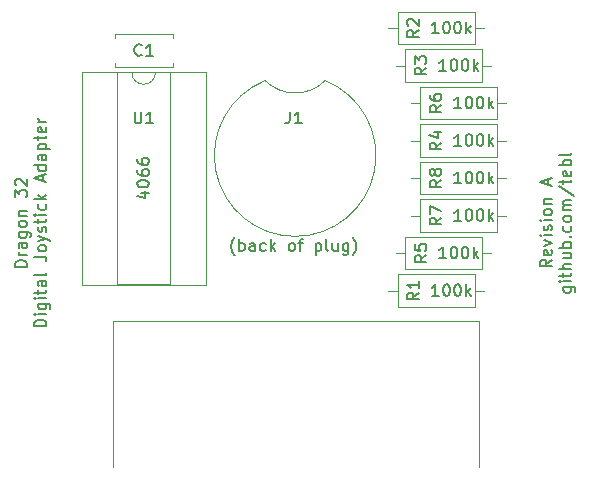
<source format=gto>
%TF.GenerationSoftware,KiCad,Pcbnew,(5.1.8)-1*%
%TF.CreationDate,2021-01-13T01:48:42+01:00*%
%TF.ProjectId,D32 Joystick Adapter,44333220-4a6f-4797-9374-69636b204164,rev?*%
%TF.SameCoordinates,Original*%
%TF.FileFunction,Legend,Top*%
%TF.FilePolarity,Positive*%
%FSLAX46Y46*%
G04 Gerber Fmt 4.6, Leading zero omitted, Abs format (unit mm)*
G04 Created by KiCad (PCBNEW (5.1.8)-1) date 2021-01-13 01:48:42*
%MOMM*%
%LPD*%
G01*
G04 APERTURE LIST*
%ADD10C,0.150000*%
%ADD11C,0.120000*%
G04 APERTURE END LIST*
D10*
X117555000Y-94813333D02*
X117507380Y-94765714D01*
X117412142Y-94622857D01*
X117364523Y-94527619D01*
X117316904Y-94384761D01*
X117269285Y-94146666D01*
X117269285Y-93956190D01*
X117316904Y-93718095D01*
X117364523Y-93575238D01*
X117412142Y-93480000D01*
X117507380Y-93337142D01*
X117555000Y-93289523D01*
X117935952Y-94432380D02*
X117935952Y-93432380D01*
X117935952Y-93813333D02*
X118031190Y-93765714D01*
X118221666Y-93765714D01*
X118316904Y-93813333D01*
X118364523Y-93860952D01*
X118412142Y-93956190D01*
X118412142Y-94241904D01*
X118364523Y-94337142D01*
X118316904Y-94384761D01*
X118221666Y-94432380D01*
X118031190Y-94432380D01*
X117935952Y-94384761D01*
X119269285Y-94432380D02*
X119269285Y-93908571D01*
X119221666Y-93813333D01*
X119126428Y-93765714D01*
X118935952Y-93765714D01*
X118840714Y-93813333D01*
X119269285Y-94384761D02*
X119174047Y-94432380D01*
X118935952Y-94432380D01*
X118840714Y-94384761D01*
X118793095Y-94289523D01*
X118793095Y-94194285D01*
X118840714Y-94099047D01*
X118935952Y-94051428D01*
X119174047Y-94051428D01*
X119269285Y-94003809D01*
X120174047Y-94384761D02*
X120078809Y-94432380D01*
X119888333Y-94432380D01*
X119793095Y-94384761D01*
X119745476Y-94337142D01*
X119697857Y-94241904D01*
X119697857Y-93956190D01*
X119745476Y-93860952D01*
X119793095Y-93813333D01*
X119888333Y-93765714D01*
X120078809Y-93765714D01*
X120174047Y-93813333D01*
X120602619Y-94432380D02*
X120602619Y-93432380D01*
X120697857Y-94051428D02*
X120983571Y-94432380D01*
X120983571Y-93765714D02*
X120602619Y-94146666D01*
X122316904Y-94432380D02*
X122221666Y-94384761D01*
X122174047Y-94337142D01*
X122126428Y-94241904D01*
X122126428Y-93956190D01*
X122174047Y-93860952D01*
X122221666Y-93813333D01*
X122316904Y-93765714D01*
X122459761Y-93765714D01*
X122555000Y-93813333D01*
X122602619Y-93860952D01*
X122650238Y-93956190D01*
X122650238Y-94241904D01*
X122602619Y-94337142D01*
X122555000Y-94384761D01*
X122459761Y-94432380D01*
X122316904Y-94432380D01*
X122935952Y-93765714D02*
X123316904Y-93765714D01*
X123078809Y-94432380D02*
X123078809Y-93575238D01*
X123126428Y-93480000D01*
X123221666Y-93432380D01*
X123316904Y-93432380D01*
X124412142Y-93765714D02*
X124412142Y-94765714D01*
X124412142Y-93813333D02*
X124507380Y-93765714D01*
X124697857Y-93765714D01*
X124793095Y-93813333D01*
X124840714Y-93860952D01*
X124888333Y-93956190D01*
X124888333Y-94241904D01*
X124840714Y-94337142D01*
X124793095Y-94384761D01*
X124697857Y-94432380D01*
X124507380Y-94432380D01*
X124412142Y-94384761D01*
X125459761Y-94432380D02*
X125364523Y-94384761D01*
X125316904Y-94289523D01*
X125316904Y-93432380D01*
X126269285Y-93765714D02*
X126269285Y-94432380D01*
X125840714Y-93765714D02*
X125840714Y-94289523D01*
X125888333Y-94384761D01*
X125983571Y-94432380D01*
X126126428Y-94432380D01*
X126221666Y-94384761D01*
X126269285Y-94337142D01*
X127174047Y-93765714D02*
X127174047Y-94575238D01*
X127126428Y-94670476D01*
X127078809Y-94718095D01*
X126983571Y-94765714D01*
X126840714Y-94765714D01*
X126745476Y-94718095D01*
X127174047Y-94384761D02*
X127078809Y-94432380D01*
X126888333Y-94432380D01*
X126793095Y-94384761D01*
X126745476Y-94337142D01*
X126697857Y-94241904D01*
X126697857Y-93956190D01*
X126745476Y-93860952D01*
X126793095Y-93813333D01*
X126888333Y-93765714D01*
X127078809Y-93765714D01*
X127174047Y-93813333D01*
X127555000Y-94813333D02*
X127602619Y-94765714D01*
X127697857Y-94622857D01*
X127745476Y-94527619D01*
X127793095Y-94384761D01*
X127840714Y-94146666D01*
X127840714Y-93956190D01*
X127793095Y-93718095D01*
X127745476Y-93575238D01*
X127697857Y-93480000D01*
X127602619Y-93337142D01*
X127555000Y-93289523D01*
X99957380Y-95789285D02*
X98957380Y-95789285D01*
X98957380Y-95551190D01*
X99005000Y-95408333D01*
X99100238Y-95313095D01*
X99195476Y-95265476D01*
X99385952Y-95217857D01*
X99528809Y-95217857D01*
X99719285Y-95265476D01*
X99814523Y-95313095D01*
X99909761Y-95408333D01*
X99957380Y-95551190D01*
X99957380Y-95789285D01*
X99957380Y-94789285D02*
X99290714Y-94789285D01*
X99481190Y-94789285D02*
X99385952Y-94741666D01*
X99338333Y-94694047D01*
X99290714Y-94598809D01*
X99290714Y-94503571D01*
X99957380Y-93741666D02*
X99433571Y-93741666D01*
X99338333Y-93789285D01*
X99290714Y-93884523D01*
X99290714Y-94075000D01*
X99338333Y-94170238D01*
X99909761Y-93741666D02*
X99957380Y-93836904D01*
X99957380Y-94075000D01*
X99909761Y-94170238D01*
X99814523Y-94217857D01*
X99719285Y-94217857D01*
X99624047Y-94170238D01*
X99576428Y-94075000D01*
X99576428Y-93836904D01*
X99528809Y-93741666D01*
X99290714Y-92836904D02*
X100100238Y-92836904D01*
X100195476Y-92884523D01*
X100243095Y-92932142D01*
X100290714Y-93027380D01*
X100290714Y-93170238D01*
X100243095Y-93265476D01*
X99909761Y-92836904D02*
X99957380Y-92932142D01*
X99957380Y-93122619D01*
X99909761Y-93217857D01*
X99862142Y-93265476D01*
X99766904Y-93313095D01*
X99481190Y-93313095D01*
X99385952Y-93265476D01*
X99338333Y-93217857D01*
X99290714Y-93122619D01*
X99290714Y-92932142D01*
X99338333Y-92836904D01*
X99957380Y-92217857D02*
X99909761Y-92313095D01*
X99862142Y-92360714D01*
X99766904Y-92408333D01*
X99481190Y-92408333D01*
X99385952Y-92360714D01*
X99338333Y-92313095D01*
X99290714Y-92217857D01*
X99290714Y-92075000D01*
X99338333Y-91979761D01*
X99385952Y-91932142D01*
X99481190Y-91884523D01*
X99766904Y-91884523D01*
X99862142Y-91932142D01*
X99909761Y-91979761D01*
X99957380Y-92075000D01*
X99957380Y-92217857D01*
X99290714Y-91455952D02*
X99957380Y-91455952D01*
X99385952Y-91455952D02*
X99338333Y-91408333D01*
X99290714Y-91313095D01*
X99290714Y-91170238D01*
X99338333Y-91075000D01*
X99433571Y-91027380D01*
X99957380Y-91027380D01*
X98957380Y-89884523D02*
X98957380Y-89265476D01*
X99338333Y-89598809D01*
X99338333Y-89455952D01*
X99385952Y-89360714D01*
X99433571Y-89313095D01*
X99528809Y-89265476D01*
X99766904Y-89265476D01*
X99862142Y-89313095D01*
X99909761Y-89360714D01*
X99957380Y-89455952D01*
X99957380Y-89741666D01*
X99909761Y-89836904D01*
X99862142Y-89884523D01*
X99052619Y-88884523D02*
X99005000Y-88836904D01*
X98957380Y-88741666D01*
X98957380Y-88503571D01*
X99005000Y-88408333D01*
X99052619Y-88360714D01*
X99147857Y-88313095D01*
X99243095Y-88313095D01*
X99385952Y-88360714D01*
X99957380Y-88932142D01*
X99957380Y-88313095D01*
X101607380Y-100813095D02*
X100607380Y-100813095D01*
X100607380Y-100575000D01*
X100655000Y-100432142D01*
X100750238Y-100336904D01*
X100845476Y-100289285D01*
X101035952Y-100241666D01*
X101178809Y-100241666D01*
X101369285Y-100289285D01*
X101464523Y-100336904D01*
X101559761Y-100432142D01*
X101607380Y-100575000D01*
X101607380Y-100813095D01*
X101607380Y-99813095D02*
X100940714Y-99813095D01*
X100607380Y-99813095D02*
X100655000Y-99860714D01*
X100702619Y-99813095D01*
X100655000Y-99765476D01*
X100607380Y-99813095D01*
X100702619Y-99813095D01*
X100940714Y-98908333D02*
X101750238Y-98908333D01*
X101845476Y-98955952D01*
X101893095Y-99003571D01*
X101940714Y-99098809D01*
X101940714Y-99241666D01*
X101893095Y-99336904D01*
X101559761Y-98908333D02*
X101607380Y-99003571D01*
X101607380Y-99194047D01*
X101559761Y-99289285D01*
X101512142Y-99336904D01*
X101416904Y-99384523D01*
X101131190Y-99384523D01*
X101035952Y-99336904D01*
X100988333Y-99289285D01*
X100940714Y-99194047D01*
X100940714Y-99003571D01*
X100988333Y-98908333D01*
X101607380Y-98432142D02*
X100940714Y-98432142D01*
X100607380Y-98432142D02*
X100655000Y-98479761D01*
X100702619Y-98432142D01*
X100655000Y-98384523D01*
X100607380Y-98432142D01*
X100702619Y-98432142D01*
X100940714Y-98098809D02*
X100940714Y-97717857D01*
X100607380Y-97955952D02*
X101464523Y-97955952D01*
X101559761Y-97908333D01*
X101607380Y-97813095D01*
X101607380Y-97717857D01*
X101607380Y-96955952D02*
X101083571Y-96955952D01*
X100988333Y-97003571D01*
X100940714Y-97098809D01*
X100940714Y-97289285D01*
X100988333Y-97384523D01*
X101559761Y-96955952D02*
X101607380Y-97051190D01*
X101607380Y-97289285D01*
X101559761Y-97384523D01*
X101464523Y-97432142D01*
X101369285Y-97432142D01*
X101274047Y-97384523D01*
X101226428Y-97289285D01*
X101226428Y-97051190D01*
X101178809Y-96955952D01*
X101607380Y-96336904D02*
X101559761Y-96432142D01*
X101464523Y-96479761D01*
X100607380Y-96479761D01*
X100607380Y-94908333D02*
X101321666Y-94908333D01*
X101464523Y-94955952D01*
X101559761Y-95051190D01*
X101607380Y-95194047D01*
X101607380Y-95289285D01*
X101607380Y-94289285D02*
X101559761Y-94384523D01*
X101512142Y-94432142D01*
X101416904Y-94479761D01*
X101131190Y-94479761D01*
X101035952Y-94432142D01*
X100988333Y-94384523D01*
X100940714Y-94289285D01*
X100940714Y-94146428D01*
X100988333Y-94051190D01*
X101035952Y-94003571D01*
X101131190Y-93955952D01*
X101416904Y-93955952D01*
X101512142Y-94003571D01*
X101559761Y-94051190D01*
X101607380Y-94146428D01*
X101607380Y-94289285D01*
X100940714Y-93622619D02*
X101607380Y-93384523D01*
X100940714Y-93146428D02*
X101607380Y-93384523D01*
X101845476Y-93479761D01*
X101893095Y-93527380D01*
X101940714Y-93622619D01*
X101559761Y-92813095D02*
X101607380Y-92717857D01*
X101607380Y-92527380D01*
X101559761Y-92432142D01*
X101464523Y-92384523D01*
X101416904Y-92384523D01*
X101321666Y-92432142D01*
X101274047Y-92527380D01*
X101274047Y-92670238D01*
X101226428Y-92765476D01*
X101131190Y-92813095D01*
X101083571Y-92813095D01*
X100988333Y-92765476D01*
X100940714Y-92670238D01*
X100940714Y-92527380D01*
X100988333Y-92432142D01*
X100940714Y-92098809D02*
X100940714Y-91717857D01*
X100607380Y-91955952D02*
X101464523Y-91955952D01*
X101559761Y-91908333D01*
X101607380Y-91813095D01*
X101607380Y-91717857D01*
X101607380Y-91384523D02*
X100940714Y-91384523D01*
X100607380Y-91384523D02*
X100655000Y-91432142D01*
X100702619Y-91384523D01*
X100655000Y-91336904D01*
X100607380Y-91384523D01*
X100702619Y-91384523D01*
X101559761Y-90479761D02*
X101607380Y-90575000D01*
X101607380Y-90765476D01*
X101559761Y-90860714D01*
X101512142Y-90908333D01*
X101416904Y-90955952D01*
X101131190Y-90955952D01*
X101035952Y-90908333D01*
X100988333Y-90860714D01*
X100940714Y-90765476D01*
X100940714Y-90575000D01*
X100988333Y-90479761D01*
X101607380Y-90051190D02*
X100607380Y-90051190D01*
X101226428Y-89955952D02*
X101607380Y-89670238D01*
X100940714Y-89670238D02*
X101321666Y-90051190D01*
X101321666Y-88527380D02*
X101321666Y-88051190D01*
X101607380Y-88622619D02*
X100607380Y-88289285D01*
X101607380Y-87955952D01*
X101607380Y-87194047D02*
X100607380Y-87194047D01*
X101559761Y-87194047D02*
X101607380Y-87289285D01*
X101607380Y-87479761D01*
X101559761Y-87575000D01*
X101512142Y-87622619D01*
X101416904Y-87670238D01*
X101131190Y-87670238D01*
X101035952Y-87622619D01*
X100988333Y-87575000D01*
X100940714Y-87479761D01*
X100940714Y-87289285D01*
X100988333Y-87194047D01*
X101607380Y-86289285D02*
X101083571Y-86289285D01*
X100988333Y-86336904D01*
X100940714Y-86432142D01*
X100940714Y-86622619D01*
X100988333Y-86717857D01*
X101559761Y-86289285D02*
X101607380Y-86384523D01*
X101607380Y-86622619D01*
X101559761Y-86717857D01*
X101464523Y-86765476D01*
X101369285Y-86765476D01*
X101274047Y-86717857D01*
X101226428Y-86622619D01*
X101226428Y-86384523D01*
X101178809Y-86289285D01*
X100940714Y-85813095D02*
X101940714Y-85813095D01*
X100988333Y-85813095D02*
X100940714Y-85717857D01*
X100940714Y-85527380D01*
X100988333Y-85432142D01*
X101035952Y-85384523D01*
X101131190Y-85336904D01*
X101416904Y-85336904D01*
X101512142Y-85384523D01*
X101559761Y-85432142D01*
X101607380Y-85527380D01*
X101607380Y-85717857D01*
X101559761Y-85813095D01*
X100940714Y-85051190D02*
X100940714Y-84670238D01*
X100607380Y-84908333D02*
X101464523Y-84908333D01*
X101559761Y-84860714D01*
X101607380Y-84765476D01*
X101607380Y-84670238D01*
X101559761Y-83955952D02*
X101607380Y-84051190D01*
X101607380Y-84241666D01*
X101559761Y-84336904D01*
X101464523Y-84384523D01*
X101083571Y-84384523D01*
X100988333Y-84336904D01*
X100940714Y-84241666D01*
X100940714Y-84051190D01*
X100988333Y-83955952D01*
X101083571Y-83908333D01*
X101178809Y-83908333D01*
X101274047Y-84384523D01*
X101607380Y-83479761D02*
X100940714Y-83479761D01*
X101131190Y-83479761D02*
X101035952Y-83432142D01*
X100988333Y-83384523D01*
X100940714Y-83289285D01*
X100940714Y-83194047D01*
X144407380Y-95170238D02*
X143931190Y-95503571D01*
X144407380Y-95741666D02*
X143407380Y-95741666D01*
X143407380Y-95360714D01*
X143455000Y-95265476D01*
X143502619Y-95217857D01*
X143597857Y-95170238D01*
X143740714Y-95170238D01*
X143835952Y-95217857D01*
X143883571Y-95265476D01*
X143931190Y-95360714D01*
X143931190Y-95741666D01*
X144359761Y-94360714D02*
X144407380Y-94455952D01*
X144407380Y-94646428D01*
X144359761Y-94741666D01*
X144264523Y-94789285D01*
X143883571Y-94789285D01*
X143788333Y-94741666D01*
X143740714Y-94646428D01*
X143740714Y-94455952D01*
X143788333Y-94360714D01*
X143883571Y-94313095D01*
X143978809Y-94313095D01*
X144074047Y-94789285D01*
X143740714Y-93979761D02*
X144407380Y-93741666D01*
X143740714Y-93503571D01*
X144407380Y-93122619D02*
X143740714Y-93122619D01*
X143407380Y-93122619D02*
X143455000Y-93170238D01*
X143502619Y-93122619D01*
X143455000Y-93075000D01*
X143407380Y-93122619D01*
X143502619Y-93122619D01*
X144359761Y-92694047D02*
X144407380Y-92598809D01*
X144407380Y-92408333D01*
X144359761Y-92313095D01*
X144264523Y-92265476D01*
X144216904Y-92265476D01*
X144121666Y-92313095D01*
X144074047Y-92408333D01*
X144074047Y-92551190D01*
X144026428Y-92646428D01*
X143931190Y-92694047D01*
X143883571Y-92694047D01*
X143788333Y-92646428D01*
X143740714Y-92551190D01*
X143740714Y-92408333D01*
X143788333Y-92313095D01*
X144407380Y-91836904D02*
X143740714Y-91836904D01*
X143407380Y-91836904D02*
X143455000Y-91884523D01*
X143502619Y-91836904D01*
X143455000Y-91789285D01*
X143407380Y-91836904D01*
X143502619Y-91836904D01*
X144407380Y-91217857D02*
X144359761Y-91313095D01*
X144312142Y-91360714D01*
X144216904Y-91408333D01*
X143931190Y-91408333D01*
X143835952Y-91360714D01*
X143788333Y-91313095D01*
X143740714Y-91217857D01*
X143740714Y-91075000D01*
X143788333Y-90979761D01*
X143835952Y-90932142D01*
X143931190Y-90884523D01*
X144216904Y-90884523D01*
X144312142Y-90932142D01*
X144359761Y-90979761D01*
X144407380Y-91075000D01*
X144407380Y-91217857D01*
X143740714Y-90455952D02*
X144407380Y-90455952D01*
X143835952Y-90455952D02*
X143788333Y-90408333D01*
X143740714Y-90313095D01*
X143740714Y-90170238D01*
X143788333Y-90075000D01*
X143883571Y-90027380D01*
X144407380Y-90027380D01*
X144121666Y-88836904D02*
X144121666Y-88360714D01*
X144407380Y-88932142D02*
X143407380Y-88598809D01*
X144407380Y-88265476D01*
X145390714Y-97479761D02*
X146200238Y-97479761D01*
X146295476Y-97527380D01*
X146343095Y-97575000D01*
X146390714Y-97670238D01*
X146390714Y-97813095D01*
X146343095Y-97908333D01*
X146009761Y-97479761D02*
X146057380Y-97575000D01*
X146057380Y-97765476D01*
X146009761Y-97860714D01*
X145962142Y-97908333D01*
X145866904Y-97955952D01*
X145581190Y-97955952D01*
X145485952Y-97908333D01*
X145438333Y-97860714D01*
X145390714Y-97765476D01*
X145390714Y-97575000D01*
X145438333Y-97479761D01*
X146057380Y-97003571D02*
X145390714Y-97003571D01*
X145057380Y-97003571D02*
X145105000Y-97051190D01*
X145152619Y-97003571D01*
X145105000Y-96955952D01*
X145057380Y-97003571D01*
X145152619Y-97003571D01*
X145390714Y-96670238D02*
X145390714Y-96289285D01*
X145057380Y-96527380D02*
X145914523Y-96527380D01*
X146009761Y-96479761D01*
X146057380Y-96384523D01*
X146057380Y-96289285D01*
X146057380Y-95955952D02*
X145057380Y-95955952D01*
X146057380Y-95527380D02*
X145533571Y-95527380D01*
X145438333Y-95575000D01*
X145390714Y-95670238D01*
X145390714Y-95813095D01*
X145438333Y-95908333D01*
X145485952Y-95955952D01*
X145390714Y-94622619D02*
X146057380Y-94622619D01*
X145390714Y-95051190D02*
X145914523Y-95051190D01*
X146009761Y-95003571D01*
X146057380Y-94908333D01*
X146057380Y-94765476D01*
X146009761Y-94670238D01*
X145962142Y-94622619D01*
X146057380Y-94146428D02*
X145057380Y-94146428D01*
X145438333Y-94146428D02*
X145390714Y-94051190D01*
X145390714Y-93860714D01*
X145438333Y-93765476D01*
X145485952Y-93717857D01*
X145581190Y-93670238D01*
X145866904Y-93670238D01*
X145962142Y-93717857D01*
X146009761Y-93765476D01*
X146057380Y-93860714D01*
X146057380Y-94051190D01*
X146009761Y-94146428D01*
X145962142Y-93241666D02*
X146009761Y-93194047D01*
X146057380Y-93241666D01*
X146009761Y-93289285D01*
X145962142Y-93241666D01*
X146057380Y-93241666D01*
X146009761Y-92336904D02*
X146057380Y-92432142D01*
X146057380Y-92622619D01*
X146009761Y-92717857D01*
X145962142Y-92765476D01*
X145866904Y-92813095D01*
X145581190Y-92813095D01*
X145485952Y-92765476D01*
X145438333Y-92717857D01*
X145390714Y-92622619D01*
X145390714Y-92432142D01*
X145438333Y-92336904D01*
X146057380Y-91765476D02*
X146009761Y-91860714D01*
X145962142Y-91908333D01*
X145866904Y-91955952D01*
X145581190Y-91955952D01*
X145485952Y-91908333D01*
X145438333Y-91860714D01*
X145390714Y-91765476D01*
X145390714Y-91622619D01*
X145438333Y-91527380D01*
X145485952Y-91479761D01*
X145581190Y-91432142D01*
X145866904Y-91432142D01*
X145962142Y-91479761D01*
X146009761Y-91527380D01*
X146057380Y-91622619D01*
X146057380Y-91765476D01*
X146057380Y-91003571D02*
X145390714Y-91003571D01*
X145485952Y-91003571D02*
X145438333Y-90955952D01*
X145390714Y-90860714D01*
X145390714Y-90717857D01*
X145438333Y-90622619D01*
X145533571Y-90575000D01*
X146057380Y-90575000D01*
X145533571Y-90575000D02*
X145438333Y-90527380D01*
X145390714Y-90432142D01*
X145390714Y-90289285D01*
X145438333Y-90194047D01*
X145533571Y-90146428D01*
X146057380Y-90146428D01*
X145009761Y-88955952D02*
X146295476Y-89813095D01*
X145390714Y-88765476D02*
X145390714Y-88384523D01*
X145057380Y-88622619D02*
X145914523Y-88622619D01*
X146009761Y-88575000D01*
X146057380Y-88479761D01*
X146057380Y-88384523D01*
X146009761Y-87670238D02*
X146057380Y-87765476D01*
X146057380Y-87955952D01*
X146009761Y-88051190D01*
X145914523Y-88098809D01*
X145533571Y-88098809D01*
X145438333Y-88051190D01*
X145390714Y-87955952D01*
X145390714Y-87765476D01*
X145438333Y-87670238D01*
X145533571Y-87622619D01*
X145628809Y-87622619D01*
X145724047Y-88098809D01*
X146057380Y-87194047D02*
X145057380Y-87194047D01*
X145438333Y-87194047D02*
X145390714Y-87098809D01*
X145390714Y-86908333D01*
X145438333Y-86813095D01*
X145485952Y-86765476D01*
X145581190Y-86717857D01*
X145866904Y-86717857D01*
X145962142Y-86765476D01*
X146009761Y-86813095D01*
X146057380Y-86908333D01*
X146057380Y-87098809D01*
X146009761Y-87194047D01*
X146057380Y-86146428D02*
X146009761Y-86241666D01*
X145914523Y-86289285D01*
X145057380Y-86289285D01*
D11*
%TO.C,J1*%
X125221998Y-80009999D02*
G75*
G02*
X120142002Y-80010000I-2539998J2539999D01*
G01*
X125222000Y-80010001D02*
G75*
G02*
X120142001Y-80010001I-2540000J-6349999D01*
G01*
%TO.C,J2*%
X107255000Y-112715000D02*
X107255000Y-100375000D01*
X107255000Y-100375000D02*
X138225000Y-100375000D01*
X138225000Y-100375000D02*
X138225000Y-112715000D01*
%TO.C,R1*%
X138660000Y-97790000D02*
X137890000Y-97790000D01*
X130580000Y-97790000D02*
X131350000Y-97790000D01*
X137890000Y-96420000D02*
X131350000Y-96420000D01*
X137890000Y-99160000D02*
X137890000Y-96420000D01*
X131350000Y-99160000D02*
X137890000Y-99160000D01*
X131350000Y-96420000D02*
X131350000Y-99160000D01*
%TO.C,R2*%
X131350000Y-74195000D02*
X131350000Y-76935000D01*
X131350000Y-76935000D02*
X137890000Y-76935000D01*
X137890000Y-76935000D02*
X137890000Y-74195000D01*
X137890000Y-74195000D02*
X131350000Y-74195000D01*
X130580000Y-75565000D02*
X131350000Y-75565000D01*
X138660000Y-75565000D02*
X137890000Y-75565000D01*
%TO.C,R3*%
X131985000Y-77370000D02*
X131985000Y-80110000D01*
X131985000Y-80110000D02*
X138525000Y-80110000D01*
X138525000Y-80110000D02*
X138525000Y-77370000D01*
X138525000Y-77370000D02*
X131985000Y-77370000D01*
X131215000Y-78740000D02*
X131985000Y-78740000D01*
X139295000Y-78740000D02*
X138525000Y-78740000D01*
%TO.C,R4*%
X132485000Y-85090000D02*
X133255000Y-85090000D01*
X140565000Y-85090000D02*
X139795000Y-85090000D01*
X133255000Y-86460000D02*
X139795000Y-86460000D01*
X133255000Y-83720000D02*
X133255000Y-86460000D01*
X139795000Y-83720000D02*
X133255000Y-83720000D01*
X139795000Y-86460000D02*
X139795000Y-83720000D01*
%TO.C,R5*%
X139295000Y-94615000D02*
X138525000Y-94615000D01*
X131215000Y-94615000D02*
X131985000Y-94615000D01*
X138525000Y-93245000D02*
X131985000Y-93245000D01*
X138525000Y-95985000D02*
X138525000Y-93245000D01*
X131985000Y-95985000D02*
X138525000Y-95985000D01*
X131985000Y-93245000D02*
X131985000Y-95985000D01*
%TO.C,R6*%
X133255000Y-80545000D02*
X133255000Y-83285000D01*
X133255000Y-83285000D02*
X139795000Y-83285000D01*
X139795000Y-83285000D02*
X139795000Y-80545000D01*
X139795000Y-80545000D02*
X133255000Y-80545000D01*
X132485000Y-81915000D02*
X133255000Y-81915000D01*
X140565000Y-81915000D02*
X139795000Y-81915000D01*
%TO.C,R7*%
X133255000Y-90070000D02*
X133255000Y-92810000D01*
X133255000Y-92810000D02*
X139795000Y-92810000D01*
X139795000Y-92810000D02*
X139795000Y-90070000D01*
X139795000Y-90070000D02*
X133255000Y-90070000D01*
X132485000Y-91440000D02*
X133255000Y-91440000D01*
X140565000Y-91440000D02*
X139795000Y-91440000D01*
%TO.C,R8*%
X132485000Y-88265000D02*
X133255000Y-88265000D01*
X140565000Y-88265000D02*
X139795000Y-88265000D01*
X133255000Y-89635000D02*
X139795000Y-89635000D01*
X133255000Y-86895000D02*
X133255000Y-89635000D01*
X139795000Y-86895000D02*
X133255000Y-86895000D01*
X139795000Y-89635000D02*
X139795000Y-86895000D01*
%TO.C,U1*%
X108855000Y-79315000D02*
X107605000Y-79315000D01*
X107605000Y-79315000D02*
X107605000Y-97215000D01*
X107605000Y-97215000D02*
X112105000Y-97215000D01*
X112105000Y-97215000D02*
X112105000Y-79315000D01*
X112105000Y-79315000D02*
X110855000Y-79315000D01*
X104605000Y-79255000D02*
X104605000Y-97275000D01*
X104605000Y-97275000D02*
X115105000Y-97275000D01*
X115105000Y-97275000D02*
X115105000Y-79255000D01*
X115105000Y-79255000D02*
X104605000Y-79255000D01*
X110855000Y-79315000D02*
G75*
G02*
X108855000Y-79315000I-1000000J0D01*
G01*
%TO.C,C1*%
X107425000Y-76415000D02*
X107425000Y-76100000D01*
X107425000Y-78840000D02*
X107425000Y-78525000D01*
X112365000Y-76415000D02*
X112365000Y-76100000D01*
X112365000Y-78840000D02*
X112365000Y-78525000D01*
X112365000Y-76100000D02*
X107425000Y-76100000D01*
X112365000Y-78840000D02*
X107425000Y-78840000D01*
%TO.C,J1*%
D10*
X122221666Y-82637380D02*
X122221666Y-83351666D01*
X122174047Y-83494523D01*
X122078809Y-83589761D01*
X121935952Y-83637380D01*
X121840714Y-83637380D01*
X123221666Y-83637380D02*
X122650238Y-83637380D01*
X122935952Y-83637380D02*
X122935952Y-82637380D01*
X122840714Y-82780238D01*
X122745476Y-82875476D01*
X122650238Y-82923095D01*
%TO.C,R1*%
X133167380Y-97956666D02*
X132691190Y-98290000D01*
X133167380Y-98528095D02*
X132167380Y-98528095D01*
X132167380Y-98147142D01*
X132215000Y-98051904D01*
X132262619Y-98004285D01*
X132357857Y-97956666D01*
X132500714Y-97956666D01*
X132595952Y-98004285D01*
X132643571Y-98051904D01*
X132691190Y-98147142D01*
X132691190Y-98528095D01*
X133167380Y-97004285D02*
X133167380Y-97575714D01*
X133167380Y-97290000D02*
X132167380Y-97290000D01*
X132310238Y-97385238D01*
X132405476Y-97480476D01*
X132453095Y-97575714D01*
X134818571Y-98242380D02*
X134247142Y-98242380D01*
X134532857Y-98242380D02*
X134532857Y-97242380D01*
X134437619Y-97385238D01*
X134342380Y-97480476D01*
X134247142Y-97528095D01*
X135437619Y-97242380D02*
X135532857Y-97242380D01*
X135628095Y-97290000D01*
X135675714Y-97337619D01*
X135723333Y-97432857D01*
X135770952Y-97623333D01*
X135770952Y-97861428D01*
X135723333Y-98051904D01*
X135675714Y-98147142D01*
X135628095Y-98194761D01*
X135532857Y-98242380D01*
X135437619Y-98242380D01*
X135342380Y-98194761D01*
X135294761Y-98147142D01*
X135247142Y-98051904D01*
X135199523Y-97861428D01*
X135199523Y-97623333D01*
X135247142Y-97432857D01*
X135294761Y-97337619D01*
X135342380Y-97290000D01*
X135437619Y-97242380D01*
X136390000Y-97242380D02*
X136485238Y-97242380D01*
X136580476Y-97290000D01*
X136628095Y-97337619D01*
X136675714Y-97432857D01*
X136723333Y-97623333D01*
X136723333Y-97861428D01*
X136675714Y-98051904D01*
X136628095Y-98147142D01*
X136580476Y-98194761D01*
X136485238Y-98242380D01*
X136390000Y-98242380D01*
X136294761Y-98194761D01*
X136247142Y-98147142D01*
X136199523Y-98051904D01*
X136151904Y-97861428D01*
X136151904Y-97623333D01*
X136199523Y-97432857D01*
X136247142Y-97337619D01*
X136294761Y-97290000D01*
X136390000Y-97242380D01*
X137151904Y-98242380D02*
X137151904Y-97242380D01*
X137247142Y-97861428D02*
X137532857Y-98242380D01*
X137532857Y-97575714D02*
X137151904Y-97956666D01*
%TO.C,R2*%
X133167380Y-75731666D02*
X132691190Y-76065000D01*
X133167380Y-76303095D02*
X132167380Y-76303095D01*
X132167380Y-75922142D01*
X132215000Y-75826904D01*
X132262619Y-75779285D01*
X132357857Y-75731666D01*
X132500714Y-75731666D01*
X132595952Y-75779285D01*
X132643571Y-75826904D01*
X132691190Y-75922142D01*
X132691190Y-76303095D01*
X132262619Y-75350714D02*
X132215000Y-75303095D01*
X132167380Y-75207857D01*
X132167380Y-74969761D01*
X132215000Y-74874523D01*
X132262619Y-74826904D01*
X132357857Y-74779285D01*
X132453095Y-74779285D01*
X132595952Y-74826904D01*
X133167380Y-75398333D01*
X133167380Y-74779285D01*
X134818571Y-76017380D02*
X134247142Y-76017380D01*
X134532857Y-76017380D02*
X134532857Y-75017380D01*
X134437619Y-75160238D01*
X134342380Y-75255476D01*
X134247142Y-75303095D01*
X135437619Y-75017380D02*
X135532857Y-75017380D01*
X135628095Y-75065000D01*
X135675714Y-75112619D01*
X135723333Y-75207857D01*
X135770952Y-75398333D01*
X135770952Y-75636428D01*
X135723333Y-75826904D01*
X135675714Y-75922142D01*
X135628095Y-75969761D01*
X135532857Y-76017380D01*
X135437619Y-76017380D01*
X135342380Y-75969761D01*
X135294761Y-75922142D01*
X135247142Y-75826904D01*
X135199523Y-75636428D01*
X135199523Y-75398333D01*
X135247142Y-75207857D01*
X135294761Y-75112619D01*
X135342380Y-75065000D01*
X135437619Y-75017380D01*
X136390000Y-75017380D02*
X136485238Y-75017380D01*
X136580476Y-75065000D01*
X136628095Y-75112619D01*
X136675714Y-75207857D01*
X136723333Y-75398333D01*
X136723333Y-75636428D01*
X136675714Y-75826904D01*
X136628095Y-75922142D01*
X136580476Y-75969761D01*
X136485238Y-76017380D01*
X136390000Y-76017380D01*
X136294761Y-75969761D01*
X136247142Y-75922142D01*
X136199523Y-75826904D01*
X136151904Y-75636428D01*
X136151904Y-75398333D01*
X136199523Y-75207857D01*
X136247142Y-75112619D01*
X136294761Y-75065000D01*
X136390000Y-75017380D01*
X137151904Y-76017380D02*
X137151904Y-75017380D01*
X137247142Y-75636428D02*
X137532857Y-76017380D01*
X137532857Y-75350714D02*
X137151904Y-75731666D01*
%TO.C,R3*%
X133802380Y-78906666D02*
X133326190Y-79240000D01*
X133802380Y-79478095D02*
X132802380Y-79478095D01*
X132802380Y-79097142D01*
X132850000Y-79001904D01*
X132897619Y-78954285D01*
X132992857Y-78906666D01*
X133135714Y-78906666D01*
X133230952Y-78954285D01*
X133278571Y-79001904D01*
X133326190Y-79097142D01*
X133326190Y-79478095D01*
X132802380Y-78573333D02*
X132802380Y-77954285D01*
X133183333Y-78287619D01*
X133183333Y-78144761D01*
X133230952Y-78049523D01*
X133278571Y-78001904D01*
X133373809Y-77954285D01*
X133611904Y-77954285D01*
X133707142Y-78001904D01*
X133754761Y-78049523D01*
X133802380Y-78144761D01*
X133802380Y-78430476D01*
X133754761Y-78525714D01*
X133707142Y-78573333D01*
X135453571Y-79192380D02*
X134882142Y-79192380D01*
X135167857Y-79192380D02*
X135167857Y-78192380D01*
X135072619Y-78335238D01*
X134977380Y-78430476D01*
X134882142Y-78478095D01*
X136072619Y-78192380D02*
X136167857Y-78192380D01*
X136263095Y-78240000D01*
X136310714Y-78287619D01*
X136358333Y-78382857D01*
X136405952Y-78573333D01*
X136405952Y-78811428D01*
X136358333Y-79001904D01*
X136310714Y-79097142D01*
X136263095Y-79144761D01*
X136167857Y-79192380D01*
X136072619Y-79192380D01*
X135977380Y-79144761D01*
X135929761Y-79097142D01*
X135882142Y-79001904D01*
X135834523Y-78811428D01*
X135834523Y-78573333D01*
X135882142Y-78382857D01*
X135929761Y-78287619D01*
X135977380Y-78240000D01*
X136072619Y-78192380D01*
X137025000Y-78192380D02*
X137120238Y-78192380D01*
X137215476Y-78240000D01*
X137263095Y-78287619D01*
X137310714Y-78382857D01*
X137358333Y-78573333D01*
X137358333Y-78811428D01*
X137310714Y-79001904D01*
X137263095Y-79097142D01*
X137215476Y-79144761D01*
X137120238Y-79192380D01*
X137025000Y-79192380D01*
X136929761Y-79144761D01*
X136882142Y-79097142D01*
X136834523Y-79001904D01*
X136786904Y-78811428D01*
X136786904Y-78573333D01*
X136834523Y-78382857D01*
X136882142Y-78287619D01*
X136929761Y-78240000D01*
X137025000Y-78192380D01*
X137786904Y-79192380D02*
X137786904Y-78192380D01*
X137882142Y-78811428D02*
X138167857Y-79192380D01*
X138167857Y-78525714D02*
X137786904Y-78906666D01*
%TO.C,R4*%
X135072380Y-85256666D02*
X134596190Y-85590000D01*
X135072380Y-85828095D02*
X134072380Y-85828095D01*
X134072380Y-85447142D01*
X134120000Y-85351904D01*
X134167619Y-85304285D01*
X134262857Y-85256666D01*
X134405714Y-85256666D01*
X134500952Y-85304285D01*
X134548571Y-85351904D01*
X134596190Y-85447142D01*
X134596190Y-85828095D01*
X134405714Y-84399523D02*
X135072380Y-84399523D01*
X134024761Y-84637619D02*
X134739047Y-84875714D01*
X134739047Y-84256666D01*
X136723571Y-85542380D02*
X136152142Y-85542380D01*
X136437857Y-85542380D02*
X136437857Y-84542380D01*
X136342619Y-84685238D01*
X136247380Y-84780476D01*
X136152142Y-84828095D01*
X137342619Y-84542380D02*
X137437857Y-84542380D01*
X137533095Y-84590000D01*
X137580714Y-84637619D01*
X137628333Y-84732857D01*
X137675952Y-84923333D01*
X137675952Y-85161428D01*
X137628333Y-85351904D01*
X137580714Y-85447142D01*
X137533095Y-85494761D01*
X137437857Y-85542380D01*
X137342619Y-85542380D01*
X137247380Y-85494761D01*
X137199761Y-85447142D01*
X137152142Y-85351904D01*
X137104523Y-85161428D01*
X137104523Y-84923333D01*
X137152142Y-84732857D01*
X137199761Y-84637619D01*
X137247380Y-84590000D01*
X137342619Y-84542380D01*
X138295000Y-84542380D02*
X138390238Y-84542380D01*
X138485476Y-84590000D01*
X138533095Y-84637619D01*
X138580714Y-84732857D01*
X138628333Y-84923333D01*
X138628333Y-85161428D01*
X138580714Y-85351904D01*
X138533095Y-85447142D01*
X138485476Y-85494761D01*
X138390238Y-85542380D01*
X138295000Y-85542380D01*
X138199761Y-85494761D01*
X138152142Y-85447142D01*
X138104523Y-85351904D01*
X138056904Y-85161428D01*
X138056904Y-84923333D01*
X138104523Y-84732857D01*
X138152142Y-84637619D01*
X138199761Y-84590000D01*
X138295000Y-84542380D01*
X139056904Y-85542380D02*
X139056904Y-84542380D01*
X139152142Y-85161428D02*
X139437857Y-85542380D01*
X139437857Y-84875714D02*
X139056904Y-85256666D01*
%TO.C,R5*%
X133802380Y-94781666D02*
X133326190Y-95115000D01*
X133802380Y-95353095D02*
X132802380Y-95353095D01*
X132802380Y-94972142D01*
X132850000Y-94876904D01*
X132897619Y-94829285D01*
X132992857Y-94781666D01*
X133135714Y-94781666D01*
X133230952Y-94829285D01*
X133278571Y-94876904D01*
X133326190Y-94972142D01*
X133326190Y-95353095D01*
X132802380Y-93876904D02*
X132802380Y-94353095D01*
X133278571Y-94400714D01*
X133230952Y-94353095D01*
X133183333Y-94257857D01*
X133183333Y-94019761D01*
X133230952Y-93924523D01*
X133278571Y-93876904D01*
X133373809Y-93829285D01*
X133611904Y-93829285D01*
X133707142Y-93876904D01*
X133754761Y-93924523D01*
X133802380Y-94019761D01*
X133802380Y-94257857D01*
X133754761Y-94353095D01*
X133707142Y-94400714D01*
X135453571Y-95067380D02*
X134882142Y-95067380D01*
X135167857Y-95067380D02*
X135167857Y-94067380D01*
X135072619Y-94210238D01*
X134977380Y-94305476D01*
X134882142Y-94353095D01*
X136072619Y-94067380D02*
X136167857Y-94067380D01*
X136263095Y-94115000D01*
X136310714Y-94162619D01*
X136358333Y-94257857D01*
X136405952Y-94448333D01*
X136405952Y-94686428D01*
X136358333Y-94876904D01*
X136310714Y-94972142D01*
X136263095Y-95019761D01*
X136167857Y-95067380D01*
X136072619Y-95067380D01*
X135977380Y-95019761D01*
X135929761Y-94972142D01*
X135882142Y-94876904D01*
X135834523Y-94686428D01*
X135834523Y-94448333D01*
X135882142Y-94257857D01*
X135929761Y-94162619D01*
X135977380Y-94115000D01*
X136072619Y-94067380D01*
X137025000Y-94067380D02*
X137120238Y-94067380D01*
X137215476Y-94115000D01*
X137263095Y-94162619D01*
X137310714Y-94257857D01*
X137358333Y-94448333D01*
X137358333Y-94686428D01*
X137310714Y-94876904D01*
X137263095Y-94972142D01*
X137215476Y-95019761D01*
X137120238Y-95067380D01*
X137025000Y-95067380D01*
X136929761Y-95019761D01*
X136882142Y-94972142D01*
X136834523Y-94876904D01*
X136786904Y-94686428D01*
X136786904Y-94448333D01*
X136834523Y-94257857D01*
X136882142Y-94162619D01*
X136929761Y-94115000D01*
X137025000Y-94067380D01*
X137786904Y-95067380D02*
X137786904Y-94067380D01*
X137882142Y-94686428D02*
X138167857Y-95067380D01*
X138167857Y-94400714D02*
X137786904Y-94781666D01*
%TO.C,R6*%
X135072380Y-82081666D02*
X134596190Y-82415000D01*
X135072380Y-82653095D02*
X134072380Y-82653095D01*
X134072380Y-82272142D01*
X134120000Y-82176904D01*
X134167619Y-82129285D01*
X134262857Y-82081666D01*
X134405714Y-82081666D01*
X134500952Y-82129285D01*
X134548571Y-82176904D01*
X134596190Y-82272142D01*
X134596190Y-82653095D01*
X134072380Y-81224523D02*
X134072380Y-81415000D01*
X134120000Y-81510238D01*
X134167619Y-81557857D01*
X134310476Y-81653095D01*
X134500952Y-81700714D01*
X134881904Y-81700714D01*
X134977142Y-81653095D01*
X135024761Y-81605476D01*
X135072380Y-81510238D01*
X135072380Y-81319761D01*
X135024761Y-81224523D01*
X134977142Y-81176904D01*
X134881904Y-81129285D01*
X134643809Y-81129285D01*
X134548571Y-81176904D01*
X134500952Y-81224523D01*
X134453333Y-81319761D01*
X134453333Y-81510238D01*
X134500952Y-81605476D01*
X134548571Y-81653095D01*
X134643809Y-81700714D01*
X136723571Y-82367380D02*
X136152142Y-82367380D01*
X136437857Y-82367380D02*
X136437857Y-81367380D01*
X136342619Y-81510238D01*
X136247380Y-81605476D01*
X136152142Y-81653095D01*
X137342619Y-81367380D02*
X137437857Y-81367380D01*
X137533095Y-81415000D01*
X137580714Y-81462619D01*
X137628333Y-81557857D01*
X137675952Y-81748333D01*
X137675952Y-81986428D01*
X137628333Y-82176904D01*
X137580714Y-82272142D01*
X137533095Y-82319761D01*
X137437857Y-82367380D01*
X137342619Y-82367380D01*
X137247380Y-82319761D01*
X137199761Y-82272142D01*
X137152142Y-82176904D01*
X137104523Y-81986428D01*
X137104523Y-81748333D01*
X137152142Y-81557857D01*
X137199761Y-81462619D01*
X137247380Y-81415000D01*
X137342619Y-81367380D01*
X138295000Y-81367380D02*
X138390238Y-81367380D01*
X138485476Y-81415000D01*
X138533095Y-81462619D01*
X138580714Y-81557857D01*
X138628333Y-81748333D01*
X138628333Y-81986428D01*
X138580714Y-82176904D01*
X138533095Y-82272142D01*
X138485476Y-82319761D01*
X138390238Y-82367380D01*
X138295000Y-82367380D01*
X138199761Y-82319761D01*
X138152142Y-82272142D01*
X138104523Y-82176904D01*
X138056904Y-81986428D01*
X138056904Y-81748333D01*
X138104523Y-81557857D01*
X138152142Y-81462619D01*
X138199761Y-81415000D01*
X138295000Y-81367380D01*
X139056904Y-82367380D02*
X139056904Y-81367380D01*
X139152142Y-81986428D02*
X139437857Y-82367380D01*
X139437857Y-81700714D02*
X139056904Y-82081666D01*
%TO.C,R7*%
X135072380Y-91606666D02*
X134596190Y-91940000D01*
X135072380Y-92178095D02*
X134072380Y-92178095D01*
X134072380Y-91797142D01*
X134120000Y-91701904D01*
X134167619Y-91654285D01*
X134262857Y-91606666D01*
X134405714Y-91606666D01*
X134500952Y-91654285D01*
X134548571Y-91701904D01*
X134596190Y-91797142D01*
X134596190Y-92178095D01*
X134072380Y-91273333D02*
X134072380Y-90606666D01*
X135072380Y-91035238D01*
X136723571Y-91892380D02*
X136152142Y-91892380D01*
X136437857Y-91892380D02*
X136437857Y-90892380D01*
X136342619Y-91035238D01*
X136247380Y-91130476D01*
X136152142Y-91178095D01*
X137342619Y-90892380D02*
X137437857Y-90892380D01*
X137533095Y-90940000D01*
X137580714Y-90987619D01*
X137628333Y-91082857D01*
X137675952Y-91273333D01*
X137675952Y-91511428D01*
X137628333Y-91701904D01*
X137580714Y-91797142D01*
X137533095Y-91844761D01*
X137437857Y-91892380D01*
X137342619Y-91892380D01*
X137247380Y-91844761D01*
X137199761Y-91797142D01*
X137152142Y-91701904D01*
X137104523Y-91511428D01*
X137104523Y-91273333D01*
X137152142Y-91082857D01*
X137199761Y-90987619D01*
X137247380Y-90940000D01*
X137342619Y-90892380D01*
X138295000Y-90892380D02*
X138390238Y-90892380D01*
X138485476Y-90940000D01*
X138533095Y-90987619D01*
X138580714Y-91082857D01*
X138628333Y-91273333D01*
X138628333Y-91511428D01*
X138580714Y-91701904D01*
X138533095Y-91797142D01*
X138485476Y-91844761D01*
X138390238Y-91892380D01*
X138295000Y-91892380D01*
X138199761Y-91844761D01*
X138152142Y-91797142D01*
X138104523Y-91701904D01*
X138056904Y-91511428D01*
X138056904Y-91273333D01*
X138104523Y-91082857D01*
X138152142Y-90987619D01*
X138199761Y-90940000D01*
X138295000Y-90892380D01*
X139056904Y-91892380D02*
X139056904Y-90892380D01*
X139152142Y-91511428D02*
X139437857Y-91892380D01*
X139437857Y-91225714D02*
X139056904Y-91606666D01*
%TO.C,R8*%
X135072380Y-88431666D02*
X134596190Y-88765000D01*
X135072380Y-89003095D02*
X134072380Y-89003095D01*
X134072380Y-88622142D01*
X134120000Y-88526904D01*
X134167619Y-88479285D01*
X134262857Y-88431666D01*
X134405714Y-88431666D01*
X134500952Y-88479285D01*
X134548571Y-88526904D01*
X134596190Y-88622142D01*
X134596190Y-89003095D01*
X134500952Y-87860238D02*
X134453333Y-87955476D01*
X134405714Y-88003095D01*
X134310476Y-88050714D01*
X134262857Y-88050714D01*
X134167619Y-88003095D01*
X134120000Y-87955476D01*
X134072380Y-87860238D01*
X134072380Y-87669761D01*
X134120000Y-87574523D01*
X134167619Y-87526904D01*
X134262857Y-87479285D01*
X134310476Y-87479285D01*
X134405714Y-87526904D01*
X134453333Y-87574523D01*
X134500952Y-87669761D01*
X134500952Y-87860238D01*
X134548571Y-87955476D01*
X134596190Y-88003095D01*
X134691428Y-88050714D01*
X134881904Y-88050714D01*
X134977142Y-88003095D01*
X135024761Y-87955476D01*
X135072380Y-87860238D01*
X135072380Y-87669761D01*
X135024761Y-87574523D01*
X134977142Y-87526904D01*
X134881904Y-87479285D01*
X134691428Y-87479285D01*
X134596190Y-87526904D01*
X134548571Y-87574523D01*
X134500952Y-87669761D01*
X136723571Y-88717380D02*
X136152142Y-88717380D01*
X136437857Y-88717380D02*
X136437857Y-87717380D01*
X136342619Y-87860238D01*
X136247380Y-87955476D01*
X136152142Y-88003095D01*
X137342619Y-87717380D02*
X137437857Y-87717380D01*
X137533095Y-87765000D01*
X137580714Y-87812619D01*
X137628333Y-87907857D01*
X137675952Y-88098333D01*
X137675952Y-88336428D01*
X137628333Y-88526904D01*
X137580714Y-88622142D01*
X137533095Y-88669761D01*
X137437857Y-88717380D01*
X137342619Y-88717380D01*
X137247380Y-88669761D01*
X137199761Y-88622142D01*
X137152142Y-88526904D01*
X137104523Y-88336428D01*
X137104523Y-88098333D01*
X137152142Y-87907857D01*
X137199761Y-87812619D01*
X137247380Y-87765000D01*
X137342619Y-87717380D01*
X138295000Y-87717380D02*
X138390238Y-87717380D01*
X138485476Y-87765000D01*
X138533095Y-87812619D01*
X138580714Y-87907857D01*
X138628333Y-88098333D01*
X138628333Y-88336428D01*
X138580714Y-88526904D01*
X138533095Y-88622142D01*
X138485476Y-88669761D01*
X138390238Y-88717380D01*
X138295000Y-88717380D01*
X138199761Y-88669761D01*
X138152142Y-88622142D01*
X138104523Y-88526904D01*
X138056904Y-88336428D01*
X138056904Y-88098333D01*
X138104523Y-87907857D01*
X138152142Y-87812619D01*
X138199761Y-87765000D01*
X138295000Y-87717380D01*
X139056904Y-88717380D02*
X139056904Y-87717380D01*
X139152142Y-88336428D02*
X139437857Y-88717380D01*
X139437857Y-88050714D02*
X139056904Y-88431666D01*
%TO.C,U1*%
X109093095Y-82637380D02*
X109093095Y-83446904D01*
X109140714Y-83542142D01*
X109188333Y-83589761D01*
X109283571Y-83637380D01*
X109474047Y-83637380D01*
X109569285Y-83589761D01*
X109616904Y-83542142D01*
X109664523Y-83446904D01*
X109664523Y-82637380D01*
X110664523Y-83637380D02*
X110093095Y-83637380D01*
X110378809Y-83637380D02*
X110378809Y-82637380D01*
X110283571Y-82780238D01*
X110188333Y-82875476D01*
X110093095Y-82923095D01*
X109640714Y-89503095D02*
X110307380Y-89503095D01*
X109259761Y-89741190D02*
X109974047Y-89979285D01*
X109974047Y-89360238D01*
X109307380Y-88788809D02*
X109307380Y-88693571D01*
X109355000Y-88598333D01*
X109402619Y-88550714D01*
X109497857Y-88503095D01*
X109688333Y-88455476D01*
X109926428Y-88455476D01*
X110116904Y-88503095D01*
X110212142Y-88550714D01*
X110259761Y-88598333D01*
X110307380Y-88693571D01*
X110307380Y-88788809D01*
X110259761Y-88884047D01*
X110212142Y-88931666D01*
X110116904Y-88979285D01*
X109926428Y-89026904D01*
X109688333Y-89026904D01*
X109497857Y-88979285D01*
X109402619Y-88931666D01*
X109355000Y-88884047D01*
X109307380Y-88788809D01*
X109307380Y-87598333D02*
X109307380Y-87788809D01*
X109355000Y-87884047D01*
X109402619Y-87931666D01*
X109545476Y-88026904D01*
X109735952Y-88074523D01*
X110116904Y-88074523D01*
X110212142Y-88026904D01*
X110259761Y-87979285D01*
X110307380Y-87884047D01*
X110307380Y-87693571D01*
X110259761Y-87598333D01*
X110212142Y-87550714D01*
X110116904Y-87503095D01*
X109878809Y-87503095D01*
X109783571Y-87550714D01*
X109735952Y-87598333D01*
X109688333Y-87693571D01*
X109688333Y-87884047D01*
X109735952Y-87979285D01*
X109783571Y-88026904D01*
X109878809Y-88074523D01*
X109307380Y-86645952D02*
X109307380Y-86836428D01*
X109355000Y-86931666D01*
X109402619Y-86979285D01*
X109545476Y-87074523D01*
X109735952Y-87122142D01*
X110116904Y-87122142D01*
X110212142Y-87074523D01*
X110259761Y-87026904D01*
X110307380Y-86931666D01*
X110307380Y-86741190D01*
X110259761Y-86645952D01*
X110212142Y-86598333D01*
X110116904Y-86550714D01*
X109878809Y-86550714D01*
X109783571Y-86598333D01*
X109735952Y-86645952D01*
X109688333Y-86741190D01*
X109688333Y-86931666D01*
X109735952Y-87026904D01*
X109783571Y-87074523D01*
X109878809Y-87122142D01*
%TO.C,C1*%
X109688333Y-77827142D02*
X109640714Y-77874761D01*
X109497857Y-77922380D01*
X109402619Y-77922380D01*
X109259761Y-77874761D01*
X109164523Y-77779523D01*
X109116904Y-77684285D01*
X109069285Y-77493809D01*
X109069285Y-77350952D01*
X109116904Y-77160476D01*
X109164523Y-77065238D01*
X109259761Y-76970000D01*
X109402619Y-76922380D01*
X109497857Y-76922380D01*
X109640714Y-76970000D01*
X109688333Y-77017619D01*
X110640714Y-77922380D02*
X110069285Y-77922380D01*
X110355000Y-77922380D02*
X110355000Y-76922380D01*
X110259761Y-77065238D01*
X110164523Y-77160476D01*
X110069285Y-77208095D01*
%TD*%
M02*

</source>
